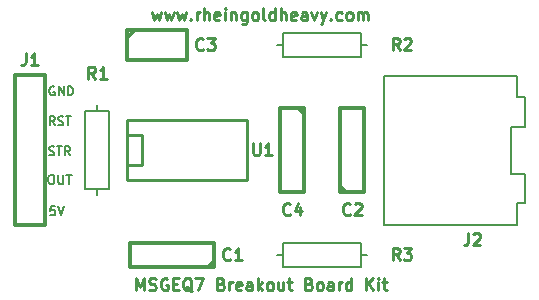
<source format=gto>
G04 (created by PCBNEW (2013-07-07 BZR 4022)-stable) date 1/29/2015 5:28:15 PM*
%MOIN*%
G04 Gerber Fmt 3.4, Leading zero omitted, Abs format*
%FSLAX34Y34*%
G01*
G70*
G90*
G04 APERTURE LIST*
%ADD10C,0.00590551*%
%ADD11C,0.01*%
%ADD12C,0.0075*%
%ADD13C,0.012*%
%ADD14C,0.008*%
G04 APERTURE END LIST*
G54D10*
G54D11*
X80330Y-59395D02*
X80407Y-59661D01*
X80483Y-59471D01*
X80559Y-59661D01*
X80635Y-59395D01*
X80750Y-59395D02*
X80826Y-59661D01*
X80902Y-59471D01*
X80978Y-59661D01*
X81054Y-59395D01*
X81169Y-59395D02*
X81245Y-59661D01*
X81321Y-59471D01*
X81397Y-59661D01*
X81473Y-59395D01*
X81626Y-59623D02*
X81645Y-59642D01*
X81626Y-59661D01*
X81607Y-59642D01*
X81626Y-59623D01*
X81626Y-59661D01*
X81816Y-59661D02*
X81816Y-59395D01*
X81816Y-59471D02*
X81835Y-59433D01*
X81854Y-59414D01*
X81892Y-59395D01*
X81930Y-59395D01*
X82064Y-59661D02*
X82064Y-59261D01*
X82235Y-59661D02*
X82235Y-59452D01*
X82216Y-59414D01*
X82178Y-59395D01*
X82121Y-59395D01*
X82083Y-59414D01*
X82064Y-59433D01*
X82578Y-59642D02*
X82540Y-59661D01*
X82464Y-59661D01*
X82426Y-59642D01*
X82407Y-59604D01*
X82407Y-59452D01*
X82426Y-59414D01*
X82464Y-59395D01*
X82540Y-59395D01*
X82578Y-59414D01*
X82597Y-59452D01*
X82597Y-59490D01*
X82407Y-59528D01*
X82769Y-59661D02*
X82769Y-59395D01*
X82769Y-59261D02*
X82750Y-59280D01*
X82769Y-59300D01*
X82788Y-59280D01*
X82769Y-59261D01*
X82769Y-59300D01*
X82959Y-59395D02*
X82959Y-59661D01*
X82959Y-59433D02*
X82978Y-59414D01*
X83016Y-59395D01*
X83073Y-59395D01*
X83111Y-59414D01*
X83130Y-59452D01*
X83130Y-59661D01*
X83492Y-59395D02*
X83492Y-59719D01*
X83473Y-59757D01*
X83454Y-59776D01*
X83416Y-59795D01*
X83359Y-59795D01*
X83321Y-59776D01*
X83492Y-59642D02*
X83454Y-59661D01*
X83378Y-59661D01*
X83340Y-59642D01*
X83321Y-59623D01*
X83302Y-59585D01*
X83302Y-59471D01*
X83321Y-59433D01*
X83340Y-59414D01*
X83378Y-59395D01*
X83454Y-59395D01*
X83492Y-59414D01*
X83740Y-59661D02*
X83702Y-59642D01*
X83683Y-59623D01*
X83664Y-59585D01*
X83664Y-59471D01*
X83683Y-59433D01*
X83702Y-59414D01*
X83740Y-59395D01*
X83797Y-59395D01*
X83835Y-59414D01*
X83854Y-59433D01*
X83873Y-59471D01*
X83873Y-59585D01*
X83854Y-59623D01*
X83835Y-59642D01*
X83797Y-59661D01*
X83740Y-59661D01*
X84102Y-59661D02*
X84064Y-59642D01*
X84045Y-59604D01*
X84045Y-59261D01*
X84426Y-59661D02*
X84426Y-59261D01*
X84426Y-59642D02*
X84388Y-59661D01*
X84311Y-59661D01*
X84273Y-59642D01*
X84254Y-59623D01*
X84235Y-59585D01*
X84235Y-59471D01*
X84254Y-59433D01*
X84273Y-59414D01*
X84311Y-59395D01*
X84388Y-59395D01*
X84426Y-59414D01*
X84616Y-59661D02*
X84616Y-59261D01*
X84788Y-59661D02*
X84788Y-59452D01*
X84769Y-59414D01*
X84730Y-59395D01*
X84673Y-59395D01*
X84635Y-59414D01*
X84616Y-59433D01*
X85130Y-59642D02*
X85092Y-59661D01*
X85016Y-59661D01*
X84978Y-59642D01*
X84959Y-59604D01*
X84959Y-59452D01*
X84978Y-59414D01*
X85016Y-59395D01*
X85092Y-59395D01*
X85130Y-59414D01*
X85150Y-59452D01*
X85150Y-59490D01*
X84959Y-59528D01*
X85492Y-59661D02*
X85492Y-59452D01*
X85473Y-59414D01*
X85435Y-59395D01*
X85359Y-59395D01*
X85321Y-59414D01*
X85492Y-59642D02*
X85454Y-59661D01*
X85359Y-59661D01*
X85321Y-59642D01*
X85302Y-59604D01*
X85302Y-59566D01*
X85321Y-59528D01*
X85359Y-59509D01*
X85454Y-59509D01*
X85492Y-59490D01*
X85645Y-59395D02*
X85740Y-59661D01*
X85835Y-59395D01*
X85950Y-59395D02*
X86045Y-59661D01*
X86140Y-59395D02*
X86045Y-59661D01*
X86007Y-59757D01*
X85988Y-59776D01*
X85950Y-59795D01*
X86292Y-59623D02*
X86311Y-59642D01*
X86292Y-59661D01*
X86273Y-59642D01*
X86292Y-59623D01*
X86292Y-59661D01*
X86654Y-59642D02*
X86616Y-59661D01*
X86540Y-59661D01*
X86502Y-59642D01*
X86483Y-59623D01*
X86464Y-59585D01*
X86464Y-59471D01*
X86483Y-59433D01*
X86502Y-59414D01*
X86540Y-59395D01*
X86616Y-59395D01*
X86654Y-59414D01*
X86883Y-59661D02*
X86845Y-59642D01*
X86826Y-59623D01*
X86807Y-59585D01*
X86807Y-59471D01*
X86826Y-59433D01*
X86845Y-59414D01*
X86883Y-59395D01*
X86940Y-59395D01*
X86978Y-59414D01*
X86997Y-59433D01*
X87016Y-59471D01*
X87016Y-59585D01*
X86997Y-59623D01*
X86978Y-59642D01*
X86940Y-59661D01*
X86883Y-59661D01*
X87188Y-59661D02*
X87188Y-59395D01*
X87188Y-59433D02*
X87207Y-59414D01*
X87245Y-59395D01*
X87302Y-59395D01*
X87340Y-59414D01*
X87359Y-59452D01*
X87359Y-59661D01*
X87359Y-59452D02*
X87378Y-59414D01*
X87416Y-59395D01*
X87473Y-59395D01*
X87511Y-59414D01*
X87530Y-59452D01*
X87530Y-59661D01*
X79797Y-68661D02*
X79797Y-68261D01*
X79930Y-68547D01*
X80064Y-68261D01*
X80064Y-68661D01*
X80235Y-68642D02*
X80292Y-68661D01*
X80388Y-68661D01*
X80426Y-68642D01*
X80445Y-68623D01*
X80464Y-68585D01*
X80464Y-68547D01*
X80445Y-68509D01*
X80426Y-68490D01*
X80388Y-68471D01*
X80311Y-68452D01*
X80273Y-68433D01*
X80254Y-68414D01*
X80235Y-68376D01*
X80235Y-68338D01*
X80254Y-68300D01*
X80273Y-68280D01*
X80311Y-68261D01*
X80407Y-68261D01*
X80464Y-68280D01*
X80845Y-68280D02*
X80807Y-68261D01*
X80750Y-68261D01*
X80692Y-68280D01*
X80654Y-68319D01*
X80635Y-68357D01*
X80616Y-68433D01*
X80616Y-68490D01*
X80635Y-68566D01*
X80654Y-68604D01*
X80692Y-68642D01*
X80750Y-68661D01*
X80788Y-68661D01*
X80845Y-68642D01*
X80864Y-68623D01*
X80864Y-68490D01*
X80788Y-68490D01*
X81035Y-68452D02*
X81169Y-68452D01*
X81226Y-68661D02*
X81035Y-68661D01*
X81035Y-68261D01*
X81226Y-68261D01*
X81664Y-68700D02*
X81626Y-68680D01*
X81588Y-68642D01*
X81530Y-68585D01*
X81492Y-68566D01*
X81454Y-68566D01*
X81473Y-68661D02*
X81435Y-68642D01*
X81397Y-68604D01*
X81378Y-68528D01*
X81378Y-68395D01*
X81397Y-68319D01*
X81435Y-68280D01*
X81473Y-68261D01*
X81550Y-68261D01*
X81588Y-68280D01*
X81626Y-68319D01*
X81645Y-68395D01*
X81645Y-68528D01*
X81626Y-68604D01*
X81588Y-68642D01*
X81550Y-68661D01*
X81473Y-68661D01*
X81778Y-68261D02*
X82045Y-68261D01*
X81873Y-68661D01*
X82635Y-68452D02*
X82692Y-68471D01*
X82711Y-68490D01*
X82730Y-68528D01*
X82730Y-68585D01*
X82711Y-68623D01*
X82692Y-68642D01*
X82654Y-68661D01*
X82502Y-68661D01*
X82502Y-68261D01*
X82635Y-68261D01*
X82673Y-68280D01*
X82692Y-68300D01*
X82711Y-68338D01*
X82711Y-68376D01*
X82692Y-68414D01*
X82673Y-68433D01*
X82635Y-68452D01*
X82502Y-68452D01*
X82902Y-68661D02*
X82902Y-68395D01*
X82902Y-68471D02*
X82921Y-68433D01*
X82940Y-68414D01*
X82978Y-68395D01*
X83016Y-68395D01*
X83302Y-68642D02*
X83264Y-68661D01*
X83188Y-68661D01*
X83150Y-68642D01*
X83130Y-68604D01*
X83130Y-68452D01*
X83150Y-68414D01*
X83188Y-68395D01*
X83264Y-68395D01*
X83302Y-68414D01*
X83321Y-68452D01*
X83321Y-68490D01*
X83130Y-68528D01*
X83664Y-68661D02*
X83664Y-68452D01*
X83645Y-68414D01*
X83607Y-68395D01*
X83530Y-68395D01*
X83492Y-68414D01*
X83664Y-68642D02*
X83626Y-68661D01*
X83530Y-68661D01*
X83492Y-68642D01*
X83473Y-68604D01*
X83473Y-68566D01*
X83492Y-68528D01*
X83530Y-68509D01*
X83626Y-68509D01*
X83664Y-68490D01*
X83854Y-68661D02*
X83854Y-68261D01*
X83892Y-68509D02*
X84007Y-68661D01*
X84007Y-68395D02*
X83854Y-68547D01*
X84235Y-68661D02*
X84197Y-68642D01*
X84178Y-68623D01*
X84159Y-68585D01*
X84159Y-68471D01*
X84178Y-68433D01*
X84197Y-68414D01*
X84235Y-68395D01*
X84292Y-68395D01*
X84330Y-68414D01*
X84350Y-68433D01*
X84369Y-68471D01*
X84369Y-68585D01*
X84350Y-68623D01*
X84330Y-68642D01*
X84292Y-68661D01*
X84235Y-68661D01*
X84711Y-68395D02*
X84711Y-68661D01*
X84540Y-68395D02*
X84540Y-68604D01*
X84559Y-68642D01*
X84597Y-68661D01*
X84654Y-68661D01*
X84692Y-68642D01*
X84711Y-68623D01*
X84845Y-68395D02*
X84997Y-68395D01*
X84902Y-68261D02*
X84902Y-68604D01*
X84921Y-68642D01*
X84959Y-68661D01*
X84997Y-68661D01*
X85569Y-68452D02*
X85626Y-68471D01*
X85645Y-68490D01*
X85664Y-68528D01*
X85664Y-68585D01*
X85645Y-68623D01*
X85626Y-68642D01*
X85588Y-68661D01*
X85435Y-68661D01*
X85435Y-68261D01*
X85569Y-68261D01*
X85607Y-68280D01*
X85626Y-68300D01*
X85645Y-68338D01*
X85645Y-68376D01*
X85626Y-68414D01*
X85607Y-68433D01*
X85569Y-68452D01*
X85435Y-68452D01*
X85892Y-68661D02*
X85854Y-68642D01*
X85835Y-68623D01*
X85816Y-68585D01*
X85816Y-68471D01*
X85835Y-68433D01*
X85854Y-68414D01*
X85892Y-68395D01*
X85949Y-68395D01*
X85988Y-68414D01*
X86007Y-68433D01*
X86026Y-68471D01*
X86026Y-68585D01*
X86007Y-68623D01*
X85988Y-68642D01*
X85949Y-68661D01*
X85892Y-68661D01*
X86369Y-68661D02*
X86369Y-68452D01*
X86349Y-68414D01*
X86311Y-68395D01*
X86235Y-68395D01*
X86197Y-68414D01*
X86369Y-68642D02*
X86330Y-68661D01*
X86235Y-68661D01*
X86197Y-68642D01*
X86178Y-68604D01*
X86178Y-68566D01*
X86197Y-68528D01*
X86235Y-68509D01*
X86330Y-68509D01*
X86369Y-68490D01*
X86559Y-68661D02*
X86559Y-68395D01*
X86559Y-68471D02*
X86578Y-68433D01*
X86597Y-68414D01*
X86635Y-68395D01*
X86673Y-68395D01*
X86978Y-68661D02*
X86978Y-68261D01*
X86978Y-68642D02*
X86940Y-68661D01*
X86864Y-68661D01*
X86826Y-68642D01*
X86807Y-68623D01*
X86788Y-68585D01*
X86788Y-68471D01*
X86807Y-68433D01*
X86826Y-68414D01*
X86864Y-68395D01*
X86940Y-68395D01*
X86978Y-68414D01*
X87473Y-68661D02*
X87473Y-68261D01*
X87702Y-68661D02*
X87530Y-68433D01*
X87702Y-68261D02*
X87473Y-68490D01*
X87873Y-68661D02*
X87873Y-68395D01*
X87873Y-68261D02*
X87854Y-68280D01*
X87873Y-68300D01*
X87892Y-68280D01*
X87873Y-68261D01*
X87873Y-68300D01*
X88007Y-68395D02*
X88159Y-68395D01*
X88064Y-68261D02*
X88064Y-68604D01*
X88083Y-68642D01*
X88121Y-68661D01*
X88159Y-68661D01*
G54D12*
X77092Y-65871D02*
X76950Y-65871D01*
X76935Y-66014D01*
X76950Y-66000D01*
X76978Y-65985D01*
X77050Y-65985D01*
X77078Y-66000D01*
X77092Y-66014D01*
X77107Y-66042D01*
X77107Y-66114D01*
X77092Y-66142D01*
X77078Y-66157D01*
X77050Y-66171D01*
X76978Y-66171D01*
X76950Y-66157D01*
X76935Y-66142D01*
X77192Y-65871D02*
X77292Y-66171D01*
X77392Y-65871D01*
X76950Y-64821D02*
X77007Y-64821D01*
X77035Y-64835D01*
X77064Y-64864D01*
X77078Y-64921D01*
X77078Y-65021D01*
X77064Y-65078D01*
X77035Y-65107D01*
X77007Y-65121D01*
X76950Y-65121D01*
X76921Y-65107D01*
X76892Y-65078D01*
X76878Y-65021D01*
X76878Y-64921D01*
X76892Y-64864D01*
X76921Y-64835D01*
X76950Y-64821D01*
X77207Y-64821D02*
X77207Y-65064D01*
X77221Y-65092D01*
X77235Y-65107D01*
X77264Y-65121D01*
X77321Y-65121D01*
X77350Y-65107D01*
X77364Y-65092D01*
X77378Y-65064D01*
X77378Y-64821D01*
X77478Y-64821D02*
X77650Y-64821D01*
X77564Y-65121D02*
X77564Y-64821D01*
X76900Y-64157D02*
X76942Y-64171D01*
X77014Y-64171D01*
X77042Y-64157D01*
X77057Y-64142D01*
X77071Y-64114D01*
X77071Y-64085D01*
X77057Y-64057D01*
X77042Y-64042D01*
X77014Y-64028D01*
X76957Y-64014D01*
X76928Y-64000D01*
X76914Y-63985D01*
X76900Y-63957D01*
X76900Y-63928D01*
X76914Y-63900D01*
X76928Y-63885D01*
X76957Y-63871D01*
X77028Y-63871D01*
X77071Y-63885D01*
X77157Y-63871D02*
X77328Y-63871D01*
X77242Y-64171D02*
X77242Y-63871D01*
X77600Y-64171D02*
X77500Y-64028D01*
X77428Y-64171D02*
X77428Y-63871D01*
X77542Y-63871D01*
X77571Y-63885D01*
X77585Y-63900D01*
X77600Y-63928D01*
X77600Y-63971D01*
X77585Y-64000D01*
X77571Y-64014D01*
X77542Y-64028D01*
X77428Y-64028D01*
X77085Y-63171D02*
X76985Y-63028D01*
X76914Y-63171D02*
X76914Y-62871D01*
X77028Y-62871D01*
X77057Y-62885D01*
X77071Y-62900D01*
X77085Y-62928D01*
X77085Y-62971D01*
X77071Y-63000D01*
X77057Y-63014D01*
X77028Y-63028D01*
X76914Y-63028D01*
X77200Y-63157D02*
X77242Y-63171D01*
X77314Y-63171D01*
X77342Y-63157D01*
X77357Y-63142D01*
X77371Y-63114D01*
X77371Y-63085D01*
X77357Y-63057D01*
X77342Y-63042D01*
X77314Y-63028D01*
X77257Y-63014D01*
X77228Y-63000D01*
X77214Y-62985D01*
X77200Y-62957D01*
X77200Y-62928D01*
X77214Y-62900D01*
X77228Y-62885D01*
X77257Y-62871D01*
X77328Y-62871D01*
X77371Y-62885D01*
X77457Y-62871D02*
X77628Y-62871D01*
X77542Y-63171D02*
X77542Y-62871D01*
X77071Y-61885D02*
X77042Y-61871D01*
X77000Y-61871D01*
X76957Y-61885D01*
X76928Y-61914D01*
X76914Y-61942D01*
X76900Y-62000D01*
X76900Y-62042D01*
X76914Y-62100D01*
X76928Y-62128D01*
X76957Y-62157D01*
X77000Y-62171D01*
X77028Y-62171D01*
X77071Y-62157D01*
X77085Y-62142D01*
X77085Y-62042D01*
X77028Y-62042D01*
X77214Y-62171D02*
X77214Y-61871D01*
X77385Y-62171D01*
X77385Y-61871D01*
X77528Y-62171D02*
X77528Y-61871D01*
X77600Y-61871D01*
X77642Y-61885D01*
X77671Y-61914D01*
X77685Y-61942D01*
X77700Y-62000D01*
X77700Y-62042D01*
X77685Y-62100D01*
X77671Y-62128D01*
X77642Y-62157D01*
X77600Y-62171D01*
X77528Y-62171D01*
G54D11*
X79500Y-63500D02*
X80000Y-63500D01*
X80000Y-63500D02*
X80000Y-64500D01*
X80000Y-64500D02*
X79500Y-64500D01*
X79500Y-63000D02*
X83500Y-63000D01*
X83500Y-63000D02*
X83500Y-65000D01*
X83500Y-65000D02*
X79500Y-65000D01*
X79500Y-65000D02*
X79500Y-63000D01*
G54D13*
X82400Y-67900D02*
X79600Y-67900D01*
X79600Y-67900D02*
X79600Y-67100D01*
X79600Y-67100D02*
X82400Y-67100D01*
X82400Y-67100D02*
X82400Y-67900D01*
X82400Y-67700D02*
X82200Y-67900D01*
X85400Y-62600D02*
X85400Y-65400D01*
X85400Y-65400D02*
X84600Y-65400D01*
X84600Y-65400D02*
X84600Y-62600D01*
X84600Y-62600D02*
X85400Y-62600D01*
X85200Y-62600D02*
X85400Y-62800D01*
X86600Y-65400D02*
X86600Y-62600D01*
X86600Y-62600D02*
X87400Y-62600D01*
X87400Y-62600D02*
X87400Y-65400D01*
X87400Y-65400D02*
X86600Y-65400D01*
X86800Y-65400D02*
X86600Y-65200D01*
G54D10*
X92496Y-65771D02*
X92771Y-65771D01*
X92377Y-66480D02*
X92496Y-66480D01*
X92496Y-65771D02*
X92496Y-66480D01*
X92496Y-62228D02*
X92771Y-62228D01*
X92377Y-61519D02*
X92496Y-61519D01*
X92496Y-61519D02*
X92496Y-62228D01*
X88047Y-61519D02*
X92377Y-61519D01*
X88047Y-66480D02*
X92377Y-66480D01*
X88047Y-66480D02*
X88047Y-61519D01*
X92771Y-62228D02*
X92771Y-63212D01*
X92771Y-65771D02*
X92771Y-64787D01*
X92771Y-64787D02*
X92299Y-64787D01*
X92299Y-64787D02*
X92299Y-63212D01*
X92299Y-63212D02*
X92771Y-63212D01*
G54D14*
X78500Y-62500D02*
X78500Y-62700D01*
X78500Y-65500D02*
X78500Y-65300D01*
X78500Y-65300D02*
X78900Y-65300D01*
X78900Y-65300D02*
X78900Y-62700D01*
X78900Y-62700D02*
X78100Y-62700D01*
X78100Y-62700D02*
X78100Y-65300D01*
X78100Y-65300D02*
X78500Y-65300D01*
X84500Y-60500D02*
X84700Y-60500D01*
X87500Y-60500D02*
X87300Y-60500D01*
X87300Y-60500D02*
X87300Y-60100D01*
X87300Y-60100D02*
X84700Y-60100D01*
X84700Y-60100D02*
X84700Y-60900D01*
X84700Y-60900D02*
X87300Y-60900D01*
X87300Y-60900D02*
X87300Y-60500D01*
X84500Y-67500D02*
X84700Y-67500D01*
X87500Y-67500D02*
X87300Y-67500D01*
X87300Y-67500D02*
X87300Y-67100D01*
X87300Y-67100D02*
X84700Y-67100D01*
X84700Y-67100D02*
X84700Y-67900D01*
X84700Y-67900D02*
X87300Y-67900D01*
X87300Y-67900D02*
X87300Y-67500D01*
G54D13*
X75750Y-66500D02*
X76750Y-66500D01*
X76750Y-61500D02*
X75750Y-61500D01*
X75750Y-66500D02*
X75750Y-61500D01*
X76750Y-61500D02*
X76750Y-66500D01*
X79520Y-60000D02*
X81500Y-60000D01*
X81500Y-60000D02*
X81500Y-61000D01*
X81500Y-61000D02*
X79500Y-61000D01*
X79500Y-61000D02*
X79500Y-60000D01*
X79500Y-60250D02*
X79750Y-60000D01*
G54D11*
X83695Y-63761D02*
X83695Y-64085D01*
X83714Y-64123D01*
X83733Y-64142D01*
X83771Y-64161D01*
X83847Y-64161D01*
X83885Y-64142D01*
X83904Y-64123D01*
X83923Y-64085D01*
X83923Y-63761D01*
X84323Y-64161D02*
X84095Y-64161D01*
X84209Y-64161D02*
X84209Y-63761D01*
X84171Y-63819D01*
X84133Y-63857D01*
X84095Y-63876D01*
X82933Y-67623D02*
X82914Y-67642D01*
X82857Y-67661D01*
X82819Y-67661D01*
X82761Y-67642D01*
X82723Y-67604D01*
X82704Y-67566D01*
X82685Y-67490D01*
X82685Y-67433D01*
X82704Y-67357D01*
X82723Y-67319D01*
X82761Y-67280D01*
X82819Y-67261D01*
X82857Y-67261D01*
X82914Y-67280D01*
X82933Y-67300D01*
X83314Y-67661D02*
X83085Y-67661D01*
X83200Y-67661D02*
X83200Y-67261D01*
X83161Y-67319D01*
X83123Y-67357D01*
X83085Y-67376D01*
X84933Y-66123D02*
X84914Y-66142D01*
X84857Y-66161D01*
X84819Y-66161D01*
X84761Y-66142D01*
X84723Y-66104D01*
X84704Y-66066D01*
X84685Y-65990D01*
X84685Y-65933D01*
X84704Y-65857D01*
X84723Y-65819D01*
X84761Y-65780D01*
X84819Y-65761D01*
X84857Y-65761D01*
X84914Y-65780D01*
X84933Y-65800D01*
X85276Y-65895D02*
X85276Y-66161D01*
X85180Y-65742D02*
X85085Y-66028D01*
X85333Y-66028D01*
X86933Y-66123D02*
X86914Y-66142D01*
X86857Y-66161D01*
X86819Y-66161D01*
X86761Y-66142D01*
X86723Y-66104D01*
X86704Y-66066D01*
X86685Y-65990D01*
X86685Y-65933D01*
X86704Y-65857D01*
X86723Y-65819D01*
X86761Y-65780D01*
X86819Y-65761D01*
X86857Y-65761D01*
X86914Y-65780D01*
X86933Y-65800D01*
X87085Y-65800D02*
X87104Y-65780D01*
X87142Y-65761D01*
X87238Y-65761D01*
X87276Y-65780D01*
X87295Y-65800D01*
X87314Y-65838D01*
X87314Y-65876D01*
X87295Y-65933D01*
X87066Y-66161D01*
X87314Y-66161D01*
X90866Y-66761D02*
X90866Y-67047D01*
X90847Y-67104D01*
X90809Y-67142D01*
X90752Y-67161D01*
X90714Y-67161D01*
X91038Y-66800D02*
X91057Y-66780D01*
X91095Y-66761D01*
X91190Y-66761D01*
X91228Y-66780D01*
X91247Y-66800D01*
X91266Y-66838D01*
X91266Y-66876D01*
X91247Y-66933D01*
X91019Y-67161D01*
X91266Y-67161D01*
X78433Y-61611D02*
X78300Y-61421D01*
X78204Y-61611D02*
X78204Y-61211D01*
X78357Y-61211D01*
X78395Y-61230D01*
X78414Y-61250D01*
X78433Y-61288D01*
X78433Y-61345D01*
X78414Y-61383D01*
X78395Y-61402D01*
X78357Y-61421D01*
X78204Y-61421D01*
X78814Y-61611D02*
X78585Y-61611D01*
X78700Y-61611D02*
X78700Y-61211D01*
X78661Y-61269D01*
X78623Y-61307D01*
X78585Y-61326D01*
X88583Y-60661D02*
X88450Y-60471D01*
X88354Y-60661D02*
X88354Y-60261D01*
X88507Y-60261D01*
X88545Y-60280D01*
X88564Y-60300D01*
X88583Y-60338D01*
X88583Y-60395D01*
X88564Y-60433D01*
X88545Y-60452D01*
X88507Y-60471D01*
X88354Y-60471D01*
X88735Y-60300D02*
X88754Y-60280D01*
X88792Y-60261D01*
X88888Y-60261D01*
X88926Y-60280D01*
X88945Y-60300D01*
X88964Y-60338D01*
X88964Y-60376D01*
X88945Y-60433D01*
X88716Y-60661D01*
X88964Y-60661D01*
X88583Y-67661D02*
X88450Y-67471D01*
X88354Y-67661D02*
X88354Y-67261D01*
X88507Y-67261D01*
X88545Y-67280D01*
X88564Y-67300D01*
X88583Y-67338D01*
X88583Y-67395D01*
X88564Y-67433D01*
X88545Y-67452D01*
X88507Y-67471D01*
X88354Y-67471D01*
X88716Y-67261D02*
X88964Y-67261D01*
X88830Y-67414D01*
X88888Y-67414D01*
X88926Y-67433D01*
X88945Y-67452D01*
X88964Y-67490D01*
X88964Y-67585D01*
X88945Y-67623D01*
X88926Y-67642D01*
X88888Y-67661D01*
X88773Y-67661D01*
X88735Y-67642D01*
X88716Y-67623D01*
X76116Y-60761D02*
X76116Y-61047D01*
X76097Y-61104D01*
X76059Y-61142D01*
X76002Y-61161D01*
X75964Y-61161D01*
X76516Y-61161D02*
X76288Y-61161D01*
X76402Y-61161D02*
X76402Y-60761D01*
X76364Y-60819D01*
X76326Y-60857D01*
X76288Y-60876D01*
X82033Y-60623D02*
X82014Y-60642D01*
X81957Y-60661D01*
X81919Y-60661D01*
X81861Y-60642D01*
X81823Y-60604D01*
X81804Y-60566D01*
X81785Y-60490D01*
X81785Y-60433D01*
X81804Y-60357D01*
X81823Y-60319D01*
X81861Y-60280D01*
X81919Y-60261D01*
X81957Y-60261D01*
X82014Y-60280D01*
X82033Y-60300D01*
X82166Y-60261D02*
X82414Y-60261D01*
X82280Y-60414D01*
X82338Y-60414D01*
X82376Y-60433D01*
X82395Y-60452D01*
X82414Y-60490D01*
X82414Y-60585D01*
X82395Y-60623D01*
X82376Y-60642D01*
X82338Y-60661D01*
X82223Y-60661D01*
X82185Y-60642D01*
X82166Y-60623D01*
M02*

</source>
